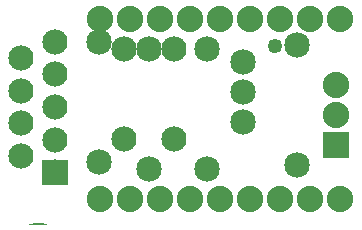
<source format=gts>
G04 MADE WITH FRITZING*
G04 WWW.FRITZING.ORG*
G04 DOUBLE SIDED*
G04 HOLES PLATED*
G04 CONTOUR ON CENTER OF CONTOUR VECTOR*
%ASAXBY*%
%FSLAX23Y23*%
%MOIN*%
%OFA0B0*%
%SFA1.0B1.0*%
%ADD10C,0.049370*%
%ADD11C,0.084000*%
%ADD12C,0.088000*%
%ADD13C,0.085000*%
%ADD14R,0.088000X0.088000*%
%ADD15R,0.001000X0.001000*%
%LNMASK1*%
G90*
G70*
G54D10*
X927Y593D03*
G54D11*
X194Y172D03*
X194Y281D03*
X194Y390D03*
X194Y499D03*
X194Y608D03*
X82Y227D03*
X82Y336D03*
X82Y445D03*
X82Y554D03*
X194Y172D03*
X194Y281D03*
X194Y390D03*
X194Y499D03*
X194Y608D03*
X82Y227D03*
X82Y336D03*
X82Y445D03*
X82Y554D03*
G54D12*
X1146Y685D03*
X1046Y685D03*
X946Y685D03*
X846Y685D03*
X746Y685D03*
X646Y685D03*
X546Y685D03*
X446Y685D03*
X346Y685D03*
X346Y85D03*
X446Y85D03*
X546Y85D03*
X646Y85D03*
X746Y85D03*
X846Y85D03*
X946Y85D03*
X1046Y85D03*
X1146Y85D03*
G54D13*
X820Y339D03*
X820Y439D03*
X820Y539D03*
X508Y183D03*
X508Y583D03*
X342Y606D03*
X342Y206D03*
X1001Y597D03*
X1001Y197D03*
X700Y583D03*
X700Y183D03*
G54D11*
X590Y284D03*
X590Y584D03*
X590Y284D03*
X590Y584D03*
X425Y284D03*
X425Y584D03*
X425Y284D03*
X425Y584D03*
G54D12*
X1130Y262D03*
X1130Y362D03*
X1130Y462D03*
G54D14*
X1130Y262D03*
G54D15*
X153Y214D02*
X236Y214D01*
X153Y213D02*
X236Y213D01*
X153Y212D02*
X236Y212D01*
X153Y211D02*
X236Y211D01*
X153Y210D02*
X236Y210D01*
X153Y209D02*
X236Y209D01*
X153Y208D02*
X236Y208D01*
X153Y207D02*
X236Y207D01*
X153Y206D02*
X236Y206D01*
X153Y205D02*
X236Y205D01*
X153Y204D02*
X236Y204D01*
X153Y203D02*
X236Y203D01*
X153Y202D02*
X236Y202D01*
X153Y201D02*
X236Y201D01*
X153Y200D02*
X236Y200D01*
X153Y199D02*
X236Y199D01*
X153Y198D02*
X236Y198D01*
X153Y197D02*
X236Y197D01*
X153Y196D02*
X236Y196D01*
X153Y195D02*
X236Y195D01*
X153Y194D02*
X236Y194D01*
X153Y193D02*
X236Y193D01*
X153Y192D02*
X236Y192D01*
X153Y191D02*
X236Y191D01*
X153Y190D02*
X236Y190D01*
X153Y189D02*
X236Y189D01*
X153Y188D02*
X236Y188D01*
X153Y187D02*
X190Y187D01*
X199Y187D02*
X236Y187D01*
X153Y186D02*
X187Y186D01*
X202Y186D02*
X236Y186D01*
X153Y185D02*
X185Y185D01*
X203Y185D02*
X236Y185D01*
X153Y184D02*
X184Y184D01*
X204Y184D02*
X236Y184D01*
X153Y183D02*
X183Y183D01*
X206Y183D02*
X236Y183D01*
X153Y182D02*
X182Y182D01*
X206Y182D02*
X236Y182D01*
X153Y181D02*
X181Y181D01*
X207Y181D02*
X236Y181D01*
X153Y180D02*
X181Y180D01*
X208Y180D02*
X236Y180D01*
X153Y179D02*
X180Y179D01*
X208Y179D02*
X236Y179D01*
X153Y178D02*
X180Y178D01*
X209Y178D02*
X236Y178D01*
X153Y177D02*
X179Y177D01*
X209Y177D02*
X236Y177D01*
X153Y176D02*
X179Y176D01*
X209Y176D02*
X236Y176D01*
X153Y175D02*
X179Y175D01*
X210Y175D02*
X236Y175D01*
X153Y174D02*
X179Y174D01*
X210Y174D02*
X236Y174D01*
X153Y173D02*
X179Y173D01*
X210Y173D02*
X236Y173D01*
X153Y172D02*
X179Y172D01*
X210Y172D02*
X236Y172D01*
X153Y171D02*
X179Y171D01*
X210Y171D02*
X236Y171D01*
X153Y170D02*
X179Y170D01*
X210Y170D02*
X236Y170D01*
X153Y169D02*
X179Y169D01*
X209Y169D02*
X236Y169D01*
X153Y168D02*
X179Y168D01*
X209Y168D02*
X236Y168D01*
X153Y167D02*
X180Y167D01*
X209Y167D02*
X236Y167D01*
X153Y166D02*
X180Y166D01*
X208Y166D02*
X236Y166D01*
X153Y165D02*
X181Y165D01*
X208Y165D02*
X236Y165D01*
X153Y164D02*
X181Y164D01*
X207Y164D02*
X236Y164D01*
X153Y163D02*
X182Y163D01*
X206Y163D02*
X236Y163D01*
X153Y162D02*
X183Y162D01*
X205Y162D02*
X236Y162D01*
X153Y161D02*
X184Y161D01*
X204Y161D02*
X236Y161D01*
X153Y160D02*
X186Y160D01*
X203Y160D02*
X236Y160D01*
X153Y159D02*
X187Y159D01*
X201Y159D02*
X236Y159D01*
X153Y158D02*
X190Y158D01*
X198Y158D02*
X236Y158D01*
X153Y157D02*
X236Y157D01*
X153Y156D02*
X236Y156D01*
X153Y155D02*
X236Y155D01*
X153Y154D02*
X236Y154D01*
X153Y153D02*
X236Y153D01*
X153Y152D02*
X236Y152D01*
X153Y151D02*
X236Y151D01*
X153Y150D02*
X236Y150D01*
X153Y149D02*
X236Y149D01*
X153Y148D02*
X236Y148D01*
X153Y147D02*
X236Y147D01*
X153Y146D02*
X236Y146D01*
X153Y145D02*
X236Y145D01*
X153Y144D02*
X236Y144D01*
X153Y143D02*
X236Y143D01*
X153Y142D02*
X236Y142D01*
X153Y141D02*
X236Y141D01*
X153Y140D02*
X236Y140D01*
X153Y139D02*
X236Y139D01*
X153Y138D02*
X236Y138D01*
X153Y137D02*
X236Y137D01*
X153Y136D02*
X236Y136D01*
X153Y135D02*
X236Y135D01*
X153Y134D02*
X236Y134D01*
X153Y133D02*
X236Y133D01*
X153Y132D02*
X236Y132D01*
X153Y131D02*
X236Y131D01*
X127Y3D02*
X149Y3D01*
X121Y2D02*
X156Y2D01*
X116Y1D02*
X161Y1D01*
X112Y0D02*
X165Y0D01*
X108Y-1D02*
X169Y-1D01*
D02*
G04 End of Mask1*
M02*
</source>
